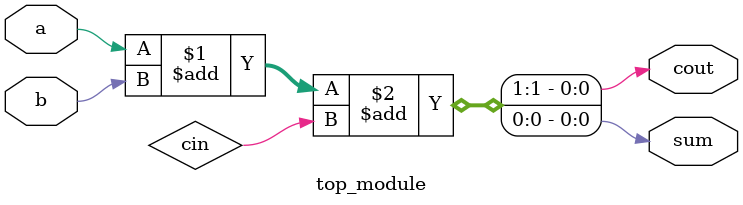
<source format=sv>
module top_module (
	input a,
	input b,
	output sum,
	output cout
);

	// Declare internal wire for carry out
	wire cin;

	// Perform addition and generate sum and carry out
	assign {cout, sum} = a + b + cin;

endmodule

</source>
